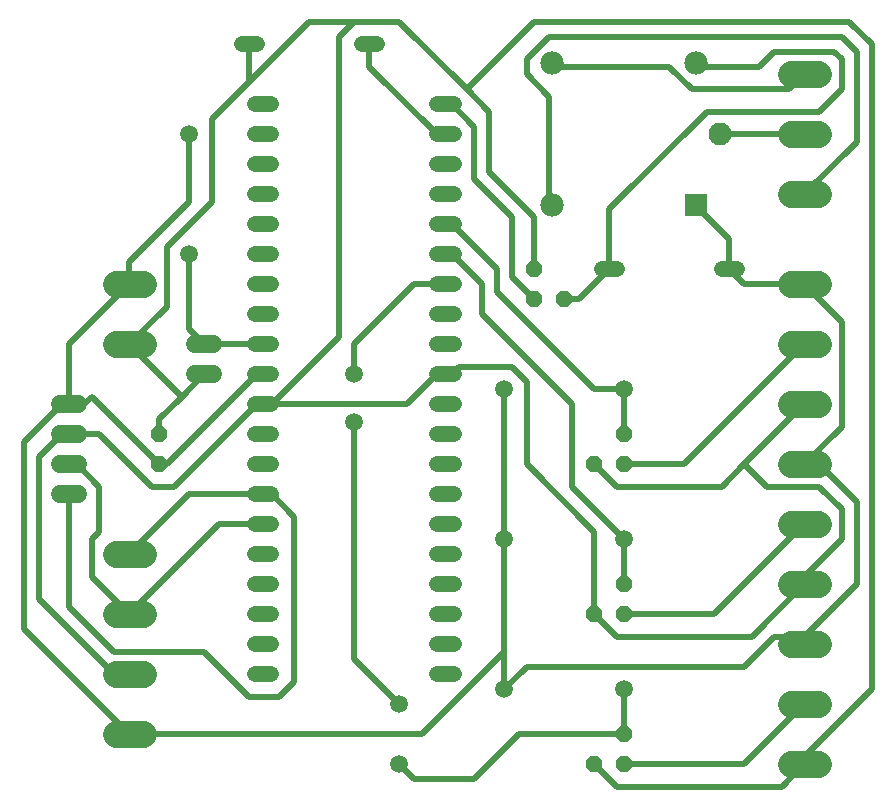
<source format=gbr>
G04 EAGLE Gerber RS-274X export*
G75*
%MOMM*%
%FSLAX34Y34*%
%LPD*%
%INBottom Copper*%
%IPPOS*%
%AMOC8*
5,1,8,0,0,1.08239X$1,22.5*%
G01*
%ADD10C,1.358000*%
%ADD11C,2.286000*%
%ADD12C,1.524000*%
%ADD13R,1.980000X1.980000*%
%ADD14C,1.935000*%
%ADD15C,1.980000*%
%ADD16C,1.320800*%
%ADD17P,1.429621X8X292.500000*%
%ADD18P,1.429621X8X22.500000*%
%ADD19P,1.429621X8X112.500000*%
%ADD20C,1.500000*%
%ADD21C,0.508000*%


D10*
X220835Y609600D02*
X234415Y609600D01*
X234415Y584200D02*
X220835Y584200D01*
X220835Y558800D02*
X234415Y558800D01*
X234415Y533400D02*
X220835Y533400D01*
X220835Y508000D02*
X234415Y508000D01*
X234415Y482600D02*
X220835Y482600D01*
X220835Y457200D02*
X234415Y457200D01*
X234415Y431800D02*
X220835Y431800D01*
X220835Y406400D02*
X234415Y406400D01*
X234415Y381000D02*
X220835Y381000D01*
X220835Y355600D02*
X234415Y355600D01*
X234415Y330200D02*
X220835Y330200D01*
X220835Y304800D02*
X234415Y304800D01*
X234415Y279400D02*
X220835Y279400D01*
X220835Y254000D02*
X234415Y254000D01*
X234415Y228600D02*
X220835Y228600D01*
X220835Y203200D02*
X234415Y203200D01*
X234415Y177800D02*
X220835Y177800D01*
X220835Y152400D02*
X234415Y152400D01*
X234415Y127000D02*
X220835Y127000D01*
X375185Y127000D02*
X388765Y127000D01*
X388765Y152400D02*
X375185Y152400D01*
X375185Y177800D02*
X388765Y177800D01*
X388765Y203200D02*
X375185Y203200D01*
X375185Y228600D02*
X388765Y228600D01*
X388765Y254000D02*
X375185Y254000D01*
X375185Y279400D02*
X388765Y279400D01*
X388765Y304800D02*
X375185Y304800D01*
X375185Y330200D02*
X388765Y330200D01*
X388765Y355600D02*
X375185Y355600D01*
X375185Y381000D02*
X388765Y381000D01*
X388765Y406400D02*
X375185Y406400D01*
X375185Y431800D02*
X388765Y431800D01*
X388765Y457200D02*
X375185Y457200D01*
X375185Y482600D02*
X388765Y482600D01*
X388765Y508000D02*
X375185Y508000D01*
X375185Y533400D02*
X388765Y533400D01*
X388765Y558800D02*
X375185Y558800D01*
X375185Y584200D02*
X388765Y584200D01*
X388765Y609600D02*
X375185Y609600D01*
D11*
X674370Y457200D02*
X697230Y457200D01*
X697230Y406400D02*
X674370Y406400D01*
X674370Y355600D02*
X697230Y355600D01*
X697230Y635000D02*
X674370Y635000D01*
X674370Y584200D02*
X697230Y584200D01*
X697230Y533400D02*
X674370Y533400D01*
X125730Y76200D02*
X102870Y76200D01*
X102870Y127000D02*
X125730Y127000D01*
X125730Y177800D02*
X102870Y177800D01*
X102870Y228600D02*
X125730Y228600D01*
D12*
X71120Y355600D02*
X55880Y355600D01*
X55880Y330200D02*
X71120Y330200D01*
X71120Y304800D02*
X55880Y304800D01*
X55880Y279400D02*
X71120Y279400D01*
D13*
X594400Y524200D03*
D14*
X614400Y584200D03*
D15*
X594400Y644200D03*
X472400Y644200D03*
X472400Y524200D03*
D16*
X222504Y660400D02*
X209296Y660400D01*
X310896Y660400D02*
X324104Y660400D01*
X615696Y469900D02*
X628904Y469900D01*
X527304Y469900D02*
X514096Y469900D01*
D17*
X457200Y469900D03*
X457200Y444500D03*
X482600Y444500D03*
D18*
X508000Y304800D03*
X533400Y304800D03*
X533400Y330200D03*
D19*
X139700Y304800D03*
X139700Y330200D03*
D20*
X431800Y368300D03*
X533400Y368300D03*
D11*
X125730Y406400D02*
X102870Y406400D01*
X102870Y457200D02*
X125730Y457200D01*
D20*
X165100Y584200D03*
X165100Y482600D03*
D11*
X674370Y152400D02*
X697230Y152400D01*
X697230Y101600D02*
X674370Y101600D01*
X674370Y50800D02*
X697230Y50800D01*
D18*
X508000Y50800D03*
X533400Y50800D03*
X533400Y76200D03*
D20*
X431800Y114300D03*
X533400Y114300D03*
D11*
X674370Y304800D02*
X697230Y304800D01*
X697230Y254000D02*
X674370Y254000D01*
X674370Y203200D02*
X697230Y203200D01*
D18*
X508000Y177800D03*
X533400Y177800D03*
X533400Y203200D03*
D20*
X431800Y241300D03*
X533400Y241300D03*
D12*
X185420Y406400D02*
X170180Y406400D01*
X170180Y381000D02*
X185420Y381000D01*
D21*
X622300Y469900D02*
X622300Y495300D01*
X596900Y520700D01*
X594400Y524200D01*
X635000Y457200D02*
X685800Y457200D01*
X635000Y457200D02*
X622300Y469900D01*
X730250Y203200D02*
X685800Y158750D01*
X730250Y203200D02*
X730250Y273050D01*
X698500Y304800D01*
X685800Y304800D01*
X717550Y336550D01*
X146050Y304800D02*
X139700Y304800D01*
X146050Y304800D02*
X222250Y381000D01*
X227625Y381000D01*
X165100Y527050D02*
X165100Y584200D01*
X165100Y527050D02*
X114300Y476250D01*
X114300Y457200D01*
X63500Y406400D02*
X63500Y361950D01*
X63500Y406400D02*
X114300Y457200D01*
X82550Y361950D02*
X139700Y304800D01*
X82550Y361950D02*
X76200Y355600D01*
X63500Y355600D01*
X431800Y241300D02*
X431800Y146050D01*
X431800Y114300D01*
X431800Y241300D02*
X431800Y368300D01*
X361950Y76200D02*
X114300Y76200D01*
X361950Y76200D02*
X431800Y146050D01*
X63500Y361950D02*
X25400Y323850D01*
X25400Y165100D01*
X114300Y76200D01*
X63500Y355600D02*
X63500Y361950D01*
X660400Y158750D02*
X685800Y158750D01*
X660400Y158750D02*
X635000Y133350D01*
X450850Y133350D01*
X431800Y114300D01*
X685800Y152400D02*
X685800Y158750D01*
X717550Y425450D02*
X685800Y457200D01*
X717550Y425450D02*
X717550Y336550D01*
X527050Y158750D02*
X508000Y177800D01*
X527050Y158750D02*
X641350Y158750D01*
X685800Y203200D01*
X527050Y285750D02*
X508000Y304800D01*
X527050Y285750D02*
X615950Y285750D01*
X635000Y304800D02*
X685800Y355600D01*
X635000Y304800D02*
X615950Y285750D01*
X685800Y209550D02*
X685800Y203200D01*
X685800Y209550D02*
X717550Y241300D01*
X717550Y266700D01*
X698500Y285750D01*
X654050Y285750D01*
X635000Y304800D01*
X349250Y355600D02*
X234950Y355600D01*
X349250Y355600D02*
X374650Y381000D01*
X381975Y381000D01*
X88900Y330200D02*
X63500Y330200D01*
X88900Y330200D02*
X133350Y285750D01*
X152400Y285750D01*
X222250Y355600D01*
X114300Y127000D02*
X101600Y127000D01*
X38100Y190500D01*
X38100Y311150D01*
X57150Y330200D01*
X63500Y330200D01*
X508000Y247650D02*
X508000Y177800D01*
X508000Y247650D02*
X450850Y304800D01*
X450850Y374650D01*
X438150Y387350D01*
X393700Y387350D01*
X387350Y381000D01*
X381975Y381000D01*
X508000Y50800D02*
X527050Y31750D01*
X666750Y31750D01*
X685800Y50800D01*
X139700Y330200D02*
X139700Y342900D01*
X158750Y361950D02*
X177800Y381000D01*
X158750Y361950D02*
X139700Y342900D01*
X215900Y628650D02*
X215900Y660400D01*
X215900Y628650D02*
X184150Y596900D01*
X184150Y527050D01*
X146050Y488950D01*
X146050Y438150D01*
X114300Y406400D01*
X457200Y469900D02*
X457200Y514350D01*
X419100Y552450D01*
X419100Y603250D01*
X400050Y622300D02*
X342900Y679450D01*
X400050Y622300D02*
X419100Y603250D01*
X304800Y679450D02*
X266700Y679450D01*
X304800Y679450D02*
X342900Y679450D01*
X266700Y679450D02*
X215900Y628650D01*
X114300Y406400D02*
X158750Y361950D01*
X685800Y57150D02*
X685800Y50800D01*
X685800Y57150D02*
X742950Y114300D01*
X742950Y660400D01*
X723900Y679450D01*
X457200Y679450D01*
X400050Y622300D01*
X292100Y412750D02*
X234950Y355600D01*
X292100Y412750D02*
X292100Y666750D01*
X304800Y679450D01*
X234950Y355600D02*
X227625Y355600D01*
X222250Y355600D01*
X614400Y584200D02*
X685800Y584200D01*
X495300Y444500D02*
X482600Y444500D01*
X495300Y444500D02*
X520700Y469900D01*
X596900Y641350D02*
X647700Y641350D01*
X660400Y654050D01*
X711200Y654050D01*
X717550Y647700D01*
X717550Y622300D01*
X698500Y603250D01*
X603250Y603250D01*
X520700Y520700D01*
X520700Y469900D01*
X596900Y641350D02*
X594400Y644200D01*
X227625Y406400D02*
X177800Y406400D01*
X165100Y419100D02*
X165100Y482600D01*
X165100Y419100D02*
X177800Y406400D01*
X317500Y641350D02*
X317500Y660400D01*
X317500Y641350D02*
X374650Y584200D01*
X381975Y584200D01*
X438150Y463550D02*
X457200Y444500D01*
X438150Y463550D02*
X438150Y514350D01*
X406400Y546100D01*
X406400Y590550D01*
X387350Y609600D01*
X381975Y609600D01*
X533400Y368300D02*
X533400Y330200D01*
X425450Y469900D02*
X387350Y508000D01*
X425450Y469900D02*
X425450Y450850D01*
X508000Y368300D01*
X533400Y368300D01*
X387350Y508000D02*
X381975Y508000D01*
X533400Y241300D02*
X533400Y203200D01*
X412750Y457200D02*
X387350Y482600D01*
X412750Y457200D02*
X412750Y431800D01*
X488950Y355600D01*
X488950Y285750D01*
X533400Y241300D01*
X387350Y482600D02*
X381975Y482600D01*
X533400Y114300D02*
X533400Y76200D01*
X355600Y38100D02*
X342900Y50800D01*
D20*
X342900Y50800D03*
X342900Y101600D03*
D21*
X304800Y139700D01*
D20*
X304800Y340480D03*
X304800Y381000D03*
D21*
X304800Y406400D01*
X355600Y457200D02*
X381975Y457200D01*
X444500Y76200D02*
X533400Y76200D01*
X444500Y76200D02*
X406400Y38100D01*
X355600Y38100D01*
X304800Y139700D02*
X304800Y340480D01*
X304800Y406400D02*
X355600Y457200D01*
X533400Y304800D02*
X584200Y304800D01*
X685800Y406400D01*
X635000Y50800D02*
X533400Y50800D01*
X635000Y50800D02*
X685800Y101600D01*
X609600Y177800D02*
X533400Y177800D01*
X609600Y177800D02*
X685800Y254000D01*
X227625Y254000D02*
X190500Y254000D01*
X114300Y177800D01*
X69850Y304800D02*
X63500Y304800D01*
X69850Y304800D02*
X88900Y285750D01*
X88900Y247650D01*
X82550Y241300D01*
X82550Y209550D01*
X114300Y177800D01*
X165100Y279400D02*
X227625Y279400D01*
X165100Y279400D02*
X114300Y228600D01*
X63500Y184150D02*
X63500Y279400D01*
X63500Y184150D02*
X101600Y146050D01*
X177800Y146050D01*
X215900Y107950D01*
X241300Y107950D01*
X254000Y120650D01*
X254000Y260350D01*
X234950Y279400D01*
X227625Y279400D01*
X476250Y641350D02*
X571500Y641350D01*
X590550Y622300D01*
X673100Y622300D01*
X685800Y635000D01*
X476250Y641350D02*
X472400Y644200D01*
X469900Y615950D02*
X469900Y527050D01*
X469900Y615950D02*
X450850Y635000D01*
X450850Y647700D01*
X469900Y666750D01*
X717550Y666750D01*
X730250Y654050D01*
X730250Y577850D01*
X685800Y533400D01*
X472400Y524200D02*
X469900Y527050D01*
M02*

</source>
